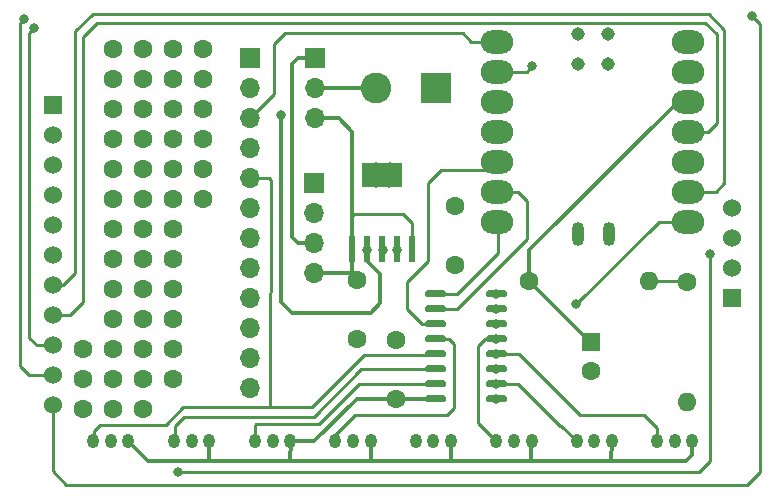
<source format=gbr>
%TF.GenerationSoftware,KiCad,Pcbnew,5.1.10-88a1d61d58~90~ubuntu20.04.1*%
%TF.CreationDate,2021-09-12T20:39:34-04:00*%
%TF.ProjectId,VoltageCurrentMeter,566f6c74-6167-4654-9375-7272656e744d,rev?*%
%TF.SameCoordinates,Original*%
%TF.FileFunction,Copper,L1,Top*%
%TF.FilePolarity,Positive*%
%FSLAX46Y46*%
G04 Gerber Fmt 4.6, Leading zero omitted, Abs format (unit mm)*
G04 Created by KiCad (PCBNEW 5.1.10-88a1d61d58~90~ubuntu20.04.1) date 2021-09-12 20:39:34*
%MOMM*%
%LPD*%
G01*
G04 APERTURE LIST*
%TA.AperFunction,ComponentPad*%
%ADD10C,1.600000*%
%TD*%
%TA.AperFunction,ComponentPad*%
%ADD11R,1.524000X1.524000*%
%TD*%
%TA.AperFunction,ComponentPad*%
%ADD12C,1.524000*%
%TD*%
%TA.AperFunction,ComponentPad*%
%ADD13O,1.700000X1.700000*%
%TD*%
%TA.AperFunction,ComponentPad*%
%ADD14R,1.700000X1.700000*%
%TD*%
%TA.AperFunction,ComponentPad*%
%ADD15O,1.000000X1.250000*%
%TD*%
%TA.AperFunction,SMDPad,CuDef*%
%ADD16C,1.143000*%
%TD*%
%TA.AperFunction,SMDPad,CuDef*%
%ADD17O,1.016000X2.032000*%
%TD*%
%TA.AperFunction,ComponentPad*%
%ADD18O,2.748280X1.998980*%
%TD*%
%TA.AperFunction,SMDPad,CuDef*%
%ADD19R,0.600000X2.200000*%
%TD*%
%TA.AperFunction,SMDPad,CuDef*%
%ADD20R,3.450000X2.150000*%
%TD*%
%TA.AperFunction,ComponentPad*%
%ADD21R,1.600000X1.600000*%
%TD*%
%TA.AperFunction,ComponentPad*%
%ADD22R,2.600000X2.600000*%
%TD*%
%TA.AperFunction,ComponentPad*%
%ADD23C,2.600000*%
%TD*%
%TA.AperFunction,ComponentPad*%
%ADD24O,1.600000X1.600000*%
%TD*%
%TA.AperFunction,ViaPad*%
%ADD25C,0.800000*%
%TD*%
%TA.AperFunction,Conductor*%
%ADD26C,0.350000*%
%TD*%
%TA.AperFunction,Conductor*%
%ADD27C,0.250000*%
%TD*%
G04 APERTURE END LIST*
D10*
%TO.P,REF\u002A\u002A,47*%
%TO.N,N/C*%
X61391800Y-115976400D03*
%TD*%
%TO.P,REF\u002A\u002A,46*%
%TO.N,N/C*%
X58851800Y-115976400D03*
%TD*%
%TO.P,REF\u002A\u002A,45*%
%TO.N,N/C*%
X56311800Y-115976400D03*
%TD*%
%TO.P,REF\u002A\u002A,44*%
%TO.N,N/C*%
X63931800Y-113436400D03*
%TD*%
%TO.P,REF\u002A\u002A,43*%
%TO.N,N/C*%
X61391800Y-113436400D03*
%TD*%
%TO.P,REF\u002A\u002A,42*%
%TO.N,N/C*%
X58851800Y-113436400D03*
%TD*%
%TO.P,REF\u002A\u002A,41*%
%TO.N,N/C*%
X56311800Y-113436400D03*
%TD*%
%TO.P,REF\u002A\u002A,40*%
%TO.N,N/C*%
X63931800Y-110896400D03*
%TD*%
%TO.P,REF\u002A\u002A,39*%
%TO.N,N/C*%
X61391800Y-110896400D03*
%TD*%
%TO.P,REF\u002A\u002A,38*%
%TO.N,N/C*%
X58851800Y-110896400D03*
%TD*%
%TO.P,REF\u002A\u002A,37*%
%TO.N,N/C*%
X56311800Y-110896400D03*
%TD*%
%TO.P,REF\u002A\u002A,36*%
%TO.N,N/C*%
X63931800Y-108356400D03*
%TD*%
%TO.P,REF\u002A\u002A,35*%
%TO.N,N/C*%
X61391800Y-108356400D03*
%TD*%
%TO.P,REF\u002A\u002A,34*%
%TO.N,N/C*%
X58851800Y-108356400D03*
%TD*%
%TO.P,REF\u002A\u002A,33*%
%TO.N,N/C*%
X63931800Y-105816400D03*
%TD*%
%TO.P,REF\u002A\u002A,32*%
%TO.N,N/C*%
X61391800Y-105816400D03*
%TD*%
%TO.P,REF\u002A\u002A,31*%
%TO.N,N/C*%
X58851800Y-105816400D03*
%TD*%
%TO.P,REF\u002A\u002A,30*%
%TO.N,N/C*%
X63931800Y-103276400D03*
%TD*%
%TO.P,REF\u002A\u002A,29*%
%TO.N,N/C*%
X61391800Y-103276400D03*
%TD*%
%TO.P,REF\u002A\u002A,28*%
%TO.N,N/C*%
X58851800Y-103276400D03*
%TD*%
%TO.P,REF\u002A\u002A,27*%
%TO.N,N/C*%
X63931800Y-100736400D03*
%TD*%
%TO.P,REF\u002A\u002A,26*%
%TO.N,N/C*%
X61391800Y-100736400D03*
%TD*%
%TO.P,REF\u002A\u002A,25*%
%TO.N,N/C*%
X58851800Y-100736400D03*
%TD*%
%TO.P,REF\u002A\u002A,24*%
%TO.N,N/C*%
X66471800Y-98196400D03*
%TD*%
%TO.P,REF\u002A\u002A,23*%
%TO.N,N/C*%
X63931800Y-98196400D03*
%TD*%
%TO.P,REF\u002A\u002A,22*%
%TO.N,N/C*%
X61391800Y-98196400D03*
%TD*%
%TO.P,REF\u002A\u002A,21*%
%TO.N,N/C*%
X58851800Y-98196400D03*
%TD*%
%TO.P,REF\u002A\u002A,20*%
%TO.N,N/C*%
X66471800Y-95656400D03*
%TD*%
%TO.P,REF\u002A\u002A,19*%
%TO.N,N/C*%
X63931800Y-95656400D03*
%TD*%
%TO.P,REF\u002A\u002A,18*%
%TO.N,N/C*%
X61391800Y-95656400D03*
%TD*%
%TO.P,REF\u002A\u002A,17*%
%TO.N,N/C*%
X58851800Y-95656400D03*
%TD*%
%TO.P,REF\u002A\u002A,16*%
%TO.N,N/C*%
X66471800Y-93116400D03*
%TD*%
%TO.P,REF\u002A\u002A,15*%
%TO.N,N/C*%
X63931800Y-93116400D03*
%TD*%
%TO.P,REF\u002A\u002A,14*%
%TO.N,N/C*%
X61391800Y-93116400D03*
%TD*%
%TO.P,REF\u002A\u002A,13*%
%TO.N,N/C*%
X58851800Y-93116400D03*
%TD*%
%TO.P,REF\u002A\u002A,12*%
%TO.N,N/C*%
X66471800Y-90576400D03*
%TD*%
%TO.P,REF\u002A\u002A,11*%
%TO.N,N/C*%
X63931800Y-90576400D03*
%TD*%
%TO.P,REF\u002A\u002A,10*%
%TO.N,N/C*%
X61391800Y-90576400D03*
%TD*%
%TO.P,REF\u002A\u002A,9*%
%TO.N,N/C*%
X58851800Y-90576400D03*
%TD*%
%TO.P,REF\u002A\u002A,8*%
%TO.N,N/C*%
X66471800Y-88036400D03*
%TD*%
%TO.P,REF\u002A\u002A,7*%
%TO.N,N/C*%
X63931800Y-88036400D03*
%TD*%
%TO.P,REF\u002A\u002A,6*%
%TO.N,N/C*%
X61391800Y-88036400D03*
%TD*%
%TO.P,REF\u002A\u002A,5*%
%TO.N,N/C*%
X58851800Y-88036400D03*
%TD*%
%TO.P,REF\u002A\u002A,4*%
%TO.N,N/C*%
X66471800Y-85496400D03*
%TD*%
%TO.P,REF\u002A\u002A,3*%
%TO.N,N/C*%
X63931800Y-85496400D03*
%TD*%
%TO.P,REF\u002A\u002A,2*%
%TO.N,N/C*%
X61391800Y-85496400D03*
%TD*%
%TO.P,REF\u002A\u002A,1*%
%TO.N,N/C*%
X58851800Y-85496400D03*
%TD*%
D11*
%TO.P,U2,12*%
%TO.N,Net-(U2-Pad12)*%
X111257200Y-106607800D03*
D12*
%TO.P,U2,13*%
%TO.N,Net-(U2-Pad13)*%
X111257200Y-104067800D03*
%TO.P,U2,14*%
%TO.N,Net-(U2-Pad14)*%
X111257200Y-101527800D03*
%TO.P,U2,15*%
%TO.N,Net-(U2-Pad15)*%
X111257200Y-98987800D03*
D11*
%TO.P,U2,1*%
%TO.N,3.3V*%
X53757200Y-90297800D03*
D12*
%TO.P,U2,2*%
%TO.N,GND*%
X53757200Y-92837800D03*
%TO.P,U2,3*%
X53757200Y-95377800D03*
%TO.P,U2,4*%
%TO.N,Net-(U2-Pad4)*%
X53757200Y-97917800D03*
%TO.P,U2,5*%
%TO.N,Net-(U2-Pad5)*%
X53757200Y-100457800D03*
%TO.P,U2,6*%
%TO.N,Net-(U2-Pad6)*%
X53757200Y-102997800D03*
%TO.P,U2,7*%
%TO.N,Net-(U1-Pad8)*%
X53757200Y-105537800D03*
%TO.P,U2,8*%
%TO.N,Net-(U1-Pad10)*%
X53757200Y-108077800D03*
%TO.P,U2,9*%
%TO.N,Net-(U1-Pad2)*%
X53757200Y-110617800D03*
%TO.P,U2,10*%
%TO.N,Net-(U1-Pad1)*%
X53757200Y-113157800D03*
%TO.P,U2,11*%
%TO.N,Net-(U1-Pad3)*%
X53757200Y-115697800D03*
%TD*%
D13*
%TO.P,J12,12*%
%TO.N,Net-(J12-Pad12)*%
X70485000Y-114223800D03*
%TO.P,J12,11*%
%TO.N,Net-(J12-Pad11)*%
X70485000Y-111683800D03*
%TO.P,J12,10*%
%TO.N,Net-(J12-Pad10)*%
X70485000Y-109143800D03*
%TO.P,J12,9*%
%TO.N,Net-(J12-Pad9)*%
X70485000Y-106603800D03*
%TO.P,J12,8*%
%TO.N,Net-(J12-Pad8)*%
X70485000Y-104063800D03*
%TO.P,J12,7*%
%TO.N,Net-(J12-Pad7)*%
X70485000Y-101523800D03*
%TO.P,J12,6*%
%TO.N,Net-(J12-Pad6)*%
X70485000Y-98983800D03*
%TO.P,J12,5*%
%TO.N,Net-(J1-Pad1)*%
X70485000Y-96443800D03*
%TO.P,J12,4*%
%TO.N,Net-(J12-Pad4)*%
X70485000Y-93903800D03*
%TO.P,J12,3*%
%TO.N,Net-(J12-Pad3)*%
X70485000Y-91363800D03*
%TO.P,J12,2*%
%TO.N,3.3V*%
X70485000Y-88823800D03*
D14*
%TO.P,J12,1*%
%TO.N,GND*%
X70485000Y-86283800D03*
%TD*%
D13*
%TO.P,J10,3*%
%TO.N,Net-(C1-Pad1)*%
X75946000Y-91338400D03*
%TO.P,J10,2*%
%TO.N,Net-(J10-Pad2)*%
X75946000Y-88798400D03*
D14*
%TO.P,J10,1*%
%TO.N,Net-(J10-Pad1)*%
X75946000Y-86258400D03*
%TD*%
D13*
%TO.P,J11,4*%
%TO.N,Net-(C1-Pad1)*%
X75895200Y-104444800D03*
%TO.P,J11,3*%
%TO.N,Net-(J10-Pad1)*%
X75895200Y-101904800D03*
%TO.P,J11,2*%
%TO.N,GND*%
X75895200Y-99364800D03*
D14*
%TO.P,J11,1*%
X75895200Y-96824800D03*
%TD*%
D15*
%TO.P,J8,3*%
%TO.N,3.3V*%
X107926000Y-118692400D03*
%TO.P,J8,1*%
%TO.N,Net-(J12-Pad12)*%
X104926000Y-118692400D03*
%TO.P,J8,2*%
%TO.N,GND*%
X106426000Y-118692400D03*
%TD*%
%TO.P,J7,3*%
%TO.N,3.3V*%
X101118800Y-118692400D03*
%TO.P,J7,1*%
%TO.N,Net-(J12-Pad11)*%
X98118800Y-118692400D03*
%TO.P,J7,2*%
%TO.N,GND*%
X99618800Y-118692400D03*
%TD*%
%TO.P,J6,3*%
%TO.N,3.3V*%
X94311600Y-118692400D03*
%TO.P,J6,1*%
%TO.N,Net-(J12-Pad10)*%
X91311600Y-118692400D03*
%TO.P,J6,2*%
%TO.N,GND*%
X92811600Y-118692400D03*
%TD*%
%TO.P,J5,3*%
%TO.N,3.3V*%
X87504400Y-118692400D03*
%TO.P,J5,1*%
%TO.N,Net-(J12-Pad9)*%
X84504400Y-118692400D03*
%TO.P,J5,2*%
%TO.N,GND*%
X86004400Y-118692400D03*
%TD*%
%TO.P,J4,3*%
%TO.N,3.3V*%
X80697200Y-118692400D03*
%TO.P,J4,1*%
%TO.N,Net-(J12-Pad8)*%
X77697200Y-118692400D03*
%TO.P,J4,2*%
%TO.N,GND*%
X79197200Y-118692400D03*
%TD*%
%TO.P,J3,3*%
%TO.N,3.3V*%
X73890000Y-118692400D03*
%TO.P,J3,1*%
%TO.N,Net-(J12-Pad7)*%
X70890000Y-118692400D03*
%TO.P,J3,2*%
%TO.N,GND*%
X72390000Y-118692400D03*
%TD*%
%TO.P,J2,2*%
%TO.N,GND*%
X65532000Y-118692400D03*
%TO.P,J2,1*%
%TO.N,Net-(J12-Pad6)*%
X64032000Y-118692400D03*
%TO.P,J2,3*%
%TO.N,3.3V*%
X67032000Y-118692400D03*
%TD*%
%TO.P,J1,3*%
%TO.N,3.3V*%
X60174000Y-118692400D03*
%TO.P,J1,1*%
%TO.N,Net-(J1-Pad1)*%
X57174000Y-118692400D03*
%TO.P,J1,2*%
%TO.N,GND*%
X58674000Y-118692400D03*
%TD*%
D16*
%TO.P,U1,19*%
%TO.N,Net-(U1-Pad19)*%
X100815203Y-86758213D03*
%TO.P,U1,18*%
%TO.N,Net-(U1-Pad18)*%
X98275203Y-86758213D03*
%TO.P,U1,17*%
%TO.N,Net-(U1-Pad17)*%
X100815203Y-84218213D03*
%TO.P,U1,16*%
%TO.N,Net-(U1-Pad16)*%
X98275203Y-84218213D03*
D17*
%TO.P,U1,15*%
%TO.N,Net-(U1-Pad15)*%
X100826400Y-101222400D03*
%TO.P,U1,14*%
%TO.N,Net-(U1-Pad14)*%
X98276400Y-101222400D03*
D18*
%TO.P,U1,0*%
%TO.N,Net-(J12-Pad3)*%
X91409520Y-84904580D03*
%TO.P,U1,1*%
%TO.N,Net-(U1-Pad1)*%
X91409520Y-87444580D03*
%TO.P,U1,2*%
%TO.N,Net-(U1-Pad2)*%
X91409520Y-89984580D03*
%TO.P,U1,3*%
%TO.N,Net-(U1-Pad3)*%
X91409520Y-92524580D03*
%TO.P,U1,4*%
%TO.N,Net-(U1-Pad4)*%
X91409520Y-95064580D03*
%TO.P,U1,5*%
%TO.N,Net-(U1-Pad5)*%
X91409520Y-97604580D03*
%TO.P,U1,6*%
%TO.N,Net-(U1-Pad6)*%
X91409520Y-100144580D03*
%TO.P,U1,7*%
%TO.N,Net-(U1-Pad7)*%
X107574080Y-100144580D03*
%TO.P,U1,8*%
%TO.N,Net-(U1-Pad8)*%
X107574080Y-97604580D03*
%TO.P,U1,9*%
%TO.N,Net-(J12-Pad4)*%
X107574080Y-95064580D03*
%TO.P,U1,10*%
%TO.N,Net-(U1-Pad10)*%
X107574080Y-92524580D03*
%TO.P,U1,11*%
%TO.N,3.3V*%
X107574080Y-89984580D03*
%TO.P,U1,12*%
%TO.N,GND*%
X107574080Y-87444580D03*
%TO.P,U1,13*%
%TO.N,Net-(U1-Pad13)*%
X107574080Y-84904580D03*
%TD*%
D19*
%TO.P,U4,4*%
%TO.N,Net-(C3-Pad2)*%
X82956400Y-102451500D03*
%TO.P,U4,2*%
%TO.N,3.3V*%
X80416400Y-102451500D03*
D20*
%TO.P,U4,3*%
%TO.N,GND*%
X81686400Y-96151500D03*
D19*
X81686400Y-102451500D03*
%TO.P,U4,5*%
%TO.N,Net-(C1-Pad1)*%
X84226400Y-102451500D03*
%TO.P,U4,1*%
X79146400Y-102451500D03*
%TD*%
D10*
%TO.P,C1,2*%
%TO.N,GND*%
X79552800Y-110105200D03*
%TO.P,C1,1*%
%TO.N,Net-(C1-Pad1)*%
X79552800Y-105105200D03*
%TD*%
%TO.P,C2,1*%
%TO.N,3.3V*%
X82854800Y-115163600D03*
%TO.P,C2,2*%
%TO.N,GND*%
X82854800Y-110163600D03*
%TD*%
%TO.P,C3,1*%
%TO.N,3.3V*%
X87833200Y-103835200D03*
%TO.P,C3,2*%
%TO.N,Net-(C3-Pad2)*%
X87833200Y-98835200D03*
%TD*%
D21*
%TO.P,C4,1*%
%TO.N,3.3V*%
X99314000Y-110286800D03*
D10*
%TO.P,C4,2*%
%TO.N,GND*%
X99314000Y-112786800D03*
%TD*%
D22*
%TO.P,J9,1*%
%TO.N,GND*%
X86258400Y-88798400D03*
D23*
%TO.P,J9,2*%
%TO.N,Net-(J10-Pad2)*%
X81178400Y-88798400D03*
%TD*%
D24*
%TO.P,R1,2*%
%TO.N,Net-(C3-Pad2)*%
X104292400Y-105156000D03*
D10*
%TO.P,R1,1*%
%TO.N,3.3V*%
X94132400Y-105156000D03*
%TD*%
%TO.P,R2,1*%
%TO.N,Net-(C3-Pad2)*%
X107492800Y-105206800D03*
D24*
%TO.P,R2,2*%
%TO.N,GND*%
X107492800Y-115366800D03*
%TD*%
%TO.P,U3,1*%
%TO.N,Net-(J12-Pad9)*%
%TA.AperFunction,SMDPad,CuDef*%
G36*
G01*
X92197600Y-114988200D02*
X92197600Y-115288200D01*
G75*
G02*
X92047600Y-115438200I-150000J0D01*
G01*
X90597600Y-115438200D01*
G75*
G02*
X90447600Y-115288200I0J150000D01*
G01*
X90447600Y-114988200D01*
G75*
G02*
X90597600Y-114838200I150000J0D01*
G01*
X92047600Y-114838200D01*
G75*
G02*
X92197600Y-114988200I0J-150000D01*
G01*
G37*
%TD.AperFunction*%
%TO.P,U3,2*%
%TO.N,Net-(J12-Pad11)*%
%TA.AperFunction,SMDPad,CuDef*%
G36*
G01*
X92197600Y-113718200D02*
X92197600Y-114018200D01*
G75*
G02*
X92047600Y-114168200I-150000J0D01*
G01*
X90597600Y-114168200D01*
G75*
G02*
X90447600Y-114018200I0J150000D01*
G01*
X90447600Y-113718200D01*
G75*
G02*
X90597600Y-113568200I150000J0D01*
G01*
X92047600Y-113568200D01*
G75*
G02*
X92197600Y-113718200I0J-150000D01*
G01*
G37*
%TD.AperFunction*%
%TO.P,U3,3*%
%TO.N,Net-(U1-Pad7)*%
%TA.AperFunction,SMDPad,CuDef*%
G36*
G01*
X92197600Y-112448200D02*
X92197600Y-112748200D01*
G75*
G02*
X92047600Y-112898200I-150000J0D01*
G01*
X90597600Y-112898200D01*
G75*
G02*
X90447600Y-112748200I0J150000D01*
G01*
X90447600Y-112448200D01*
G75*
G02*
X90597600Y-112298200I150000J0D01*
G01*
X92047600Y-112298200D01*
G75*
G02*
X92197600Y-112448200I0J-150000D01*
G01*
G37*
%TD.AperFunction*%
%TO.P,U3,4*%
%TO.N,Net-(J12-Pad12)*%
%TA.AperFunction,SMDPad,CuDef*%
G36*
G01*
X92197600Y-111178200D02*
X92197600Y-111478200D01*
G75*
G02*
X92047600Y-111628200I-150000J0D01*
G01*
X90597600Y-111628200D01*
G75*
G02*
X90447600Y-111478200I0J150000D01*
G01*
X90447600Y-111178200D01*
G75*
G02*
X90597600Y-111028200I150000J0D01*
G01*
X92047600Y-111028200D01*
G75*
G02*
X92197600Y-111178200I0J-150000D01*
G01*
G37*
%TD.AperFunction*%
%TO.P,U3,5*%
%TO.N,Net-(J12-Pad10)*%
%TA.AperFunction,SMDPad,CuDef*%
G36*
G01*
X92197600Y-109908200D02*
X92197600Y-110208200D01*
G75*
G02*
X92047600Y-110358200I-150000J0D01*
G01*
X90597600Y-110358200D01*
G75*
G02*
X90447600Y-110208200I0J150000D01*
G01*
X90447600Y-109908200D01*
G75*
G02*
X90597600Y-109758200I150000J0D01*
G01*
X92047600Y-109758200D01*
G75*
G02*
X92197600Y-109908200I0J-150000D01*
G01*
G37*
%TD.AperFunction*%
%TO.P,U3,6*%
%TO.N,GND*%
%TA.AperFunction,SMDPad,CuDef*%
G36*
G01*
X92197600Y-108638200D02*
X92197600Y-108938200D01*
G75*
G02*
X92047600Y-109088200I-150000J0D01*
G01*
X90597600Y-109088200D01*
G75*
G02*
X90447600Y-108938200I0J150000D01*
G01*
X90447600Y-108638200D01*
G75*
G02*
X90597600Y-108488200I150000J0D01*
G01*
X92047600Y-108488200D01*
G75*
G02*
X92197600Y-108638200I0J-150000D01*
G01*
G37*
%TD.AperFunction*%
%TO.P,U3,7*%
%TA.AperFunction,SMDPad,CuDef*%
G36*
G01*
X92197600Y-107368200D02*
X92197600Y-107668200D01*
G75*
G02*
X92047600Y-107818200I-150000J0D01*
G01*
X90597600Y-107818200D01*
G75*
G02*
X90447600Y-107668200I0J150000D01*
G01*
X90447600Y-107368200D01*
G75*
G02*
X90597600Y-107218200I150000J0D01*
G01*
X92047600Y-107218200D01*
G75*
G02*
X92197600Y-107368200I0J-150000D01*
G01*
G37*
%TD.AperFunction*%
%TO.P,U3,8*%
%TA.AperFunction,SMDPad,CuDef*%
G36*
G01*
X92197600Y-106098200D02*
X92197600Y-106398200D01*
G75*
G02*
X92047600Y-106548200I-150000J0D01*
G01*
X90597600Y-106548200D01*
G75*
G02*
X90447600Y-106398200I0J150000D01*
G01*
X90447600Y-106098200D01*
G75*
G02*
X90597600Y-105948200I150000J0D01*
G01*
X92047600Y-105948200D01*
G75*
G02*
X92197600Y-106098200I0J-150000D01*
G01*
G37*
%TD.AperFunction*%
%TO.P,U3,9*%
%TO.N,Net-(U1-Pad6)*%
%TA.AperFunction,SMDPad,CuDef*%
G36*
G01*
X87047600Y-106098200D02*
X87047600Y-106398200D01*
G75*
G02*
X86897600Y-106548200I-150000J0D01*
G01*
X85447600Y-106548200D01*
G75*
G02*
X85297600Y-106398200I0J150000D01*
G01*
X85297600Y-106098200D01*
G75*
G02*
X85447600Y-105948200I150000J0D01*
G01*
X86897600Y-105948200D01*
G75*
G02*
X87047600Y-106098200I0J-150000D01*
G01*
G37*
%TD.AperFunction*%
%TO.P,U3,10*%
%TO.N,Net-(U1-Pad5)*%
%TA.AperFunction,SMDPad,CuDef*%
G36*
G01*
X87047600Y-107368200D02*
X87047600Y-107668200D01*
G75*
G02*
X86897600Y-107818200I-150000J0D01*
G01*
X85447600Y-107818200D01*
G75*
G02*
X85297600Y-107668200I0J150000D01*
G01*
X85297600Y-107368200D01*
G75*
G02*
X85447600Y-107218200I150000J0D01*
G01*
X86897600Y-107218200D01*
G75*
G02*
X87047600Y-107368200I0J-150000D01*
G01*
G37*
%TD.AperFunction*%
%TO.P,U3,11*%
%TO.N,Net-(U1-Pad4)*%
%TA.AperFunction,SMDPad,CuDef*%
G36*
G01*
X87047600Y-108638200D02*
X87047600Y-108938200D01*
G75*
G02*
X86897600Y-109088200I-150000J0D01*
G01*
X85447600Y-109088200D01*
G75*
G02*
X85297600Y-108938200I0J150000D01*
G01*
X85297600Y-108638200D01*
G75*
G02*
X85447600Y-108488200I150000J0D01*
G01*
X86897600Y-108488200D01*
G75*
G02*
X87047600Y-108638200I0J-150000D01*
G01*
G37*
%TD.AperFunction*%
%TO.P,U3,12*%
%TO.N,Net-(J12-Pad8)*%
%TA.AperFunction,SMDPad,CuDef*%
G36*
G01*
X87047600Y-109908200D02*
X87047600Y-110208200D01*
G75*
G02*
X86897600Y-110358200I-150000J0D01*
G01*
X85447600Y-110358200D01*
G75*
G02*
X85297600Y-110208200I0J150000D01*
G01*
X85297600Y-109908200D01*
G75*
G02*
X85447600Y-109758200I150000J0D01*
G01*
X86897600Y-109758200D01*
G75*
G02*
X87047600Y-109908200I0J-150000D01*
G01*
G37*
%TD.AperFunction*%
%TO.P,U3,13*%
%TO.N,Net-(J1-Pad1)*%
%TA.AperFunction,SMDPad,CuDef*%
G36*
G01*
X87047600Y-111178200D02*
X87047600Y-111478200D01*
G75*
G02*
X86897600Y-111628200I-150000J0D01*
G01*
X85447600Y-111628200D01*
G75*
G02*
X85297600Y-111478200I0J150000D01*
G01*
X85297600Y-111178200D01*
G75*
G02*
X85447600Y-111028200I150000J0D01*
G01*
X86897600Y-111028200D01*
G75*
G02*
X87047600Y-111178200I0J-150000D01*
G01*
G37*
%TD.AperFunction*%
%TO.P,U3,14*%
%TO.N,Net-(J12-Pad6)*%
%TA.AperFunction,SMDPad,CuDef*%
G36*
G01*
X87047600Y-112448200D02*
X87047600Y-112748200D01*
G75*
G02*
X86897600Y-112898200I-150000J0D01*
G01*
X85447600Y-112898200D01*
G75*
G02*
X85297600Y-112748200I0J150000D01*
G01*
X85297600Y-112448200D01*
G75*
G02*
X85447600Y-112298200I150000J0D01*
G01*
X86897600Y-112298200D01*
G75*
G02*
X87047600Y-112448200I0J-150000D01*
G01*
G37*
%TD.AperFunction*%
%TO.P,U3,15*%
%TO.N,Net-(J12-Pad7)*%
%TA.AperFunction,SMDPad,CuDef*%
G36*
G01*
X87047600Y-113718200D02*
X87047600Y-114018200D01*
G75*
G02*
X86897600Y-114168200I-150000J0D01*
G01*
X85447600Y-114168200D01*
G75*
G02*
X85297600Y-114018200I0J150000D01*
G01*
X85297600Y-113718200D01*
G75*
G02*
X85447600Y-113568200I150000J0D01*
G01*
X86897600Y-113568200D01*
G75*
G02*
X87047600Y-113718200I0J-150000D01*
G01*
G37*
%TD.AperFunction*%
%TO.P,U3,16*%
%TO.N,3.3V*%
%TA.AperFunction,SMDPad,CuDef*%
G36*
G01*
X87047600Y-114988200D02*
X87047600Y-115288200D01*
G75*
G02*
X86897600Y-115438200I-150000J0D01*
G01*
X85447600Y-115438200D01*
G75*
G02*
X85297600Y-115288200I0J150000D01*
G01*
X85297600Y-114988200D01*
G75*
G02*
X85447600Y-114838200I150000J0D01*
G01*
X86897600Y-114838200D01*
G75*
G02*
X87047600Y-114988200I0J-150000D01*
G01*
G37*
%TD.AperFunction*%
%TD*%
D25*
%TO.N,GND*%
X81127600Y-96824800D03*
X82245200Y-96824800D03*
X82296000Y-95504000D03*
X81127600Y-95504000D03*
X80467200Y-96164400D03*
X82905600Y-96215200D03*
X81686400Y-96164400D03*
X81737200Y-102514400D03*
X91338400Y-106222800D03*
X91338400Y-107543600D03*
X91338400Y-108813600D03*
%TO.N,3.3V*%
X80416400Y-102565200D03*
X73098937Y-91137463D03*
%TO.N,Net-(U1-Pad7)*%
X91338400Y-112623600D03*
X98069400Y-107137200D03*
%TO.N,Net-(U1-Pad3)*%
X113004600Y-82753200D03*
%TO.N,Net-(U1-Pad2)*%
X52222400Y-83718400D03*
%TO.N,Net-(U1-Pad1)*%
X94371160Y-86969600D03*
X51358800Y-82956400D03*
%TO.N,Net-(C3-Pad2)*%
X82956400Y-102514400D03*
%TO.N,Net-(J12-Pad4)*%
X109397800Y-102870000D03*
X64338200Y-121335800D03*
%TO.N,Net-(J12-Pad9)*%
X91322600Y-115138200D03*
%TO.N,Net-(J12-Pad10)*%
X91313000Y-110058200D03*
%TO.N,Net-(J12-Pad12)*%
X91322600Y-111328200D03*
%TO.N,Net-(J12-Pad11)*%
X91322600Y-113868200D03*
%TD*%
D26*
%TO.N,Net-(C1-Pad1)*%
X79146400Y-99618800D02*
X79146400Y-102451500D01*
D27*
X79248000Y-99517200D02*
X79146400Y-99618800D01*
X83464400Y-99517200D02*
X79248000Y-99517200D01*
X84226400Y-100279200D02*
X83464400Y-99517200D01*
X84226400Y-102451500D02*
X84226400Y-100279200D01*
X79552800Y-105257600D02*
X79552800Y-105460800D01*
D26*
X79146400Y-104698800D02*
X79552800Y-105105200D01*
X79146400Y-102451500D02*
X79146400Y-104698800D01*
X75946000Y-91338400D02*
X77978000Y-91338400D01*
X77978000Y-91338400D02*
X79146400Y-92506800D01*
X79146400Y-92506800D02*
X79146400Y-99618800D01*
X78892400Y-104444800D02*
X79552800Y-105105200D01*
X75895200Y-104444800D02*
X78892400Y-104444800D01*
D27*
%TO.N,3.3V*%
X67056000Y-118770000D02*
X67082800Y-118743200D01*
X73914000Y-118767200D02*
X73890000Y-118743200D01*
X87504400Y-118743200D02*
X87477600Y-118770000D01*
X101118800Y-118743200D02*
X101092000Y-118770000D01*
X87477600Y-118716400D02*
X87504400Y-118743200D01*
X86147200Y-115163600D02*
X86172600Y-115138200D01*
D26*
X82854800Y-115163600D02*
X86147200Y-115163600D01*
X75922400Y-118743200D02*
X73890000Y-118743200D01*
X79502000Y-115163600D02*
X75922400Y-118743200D01*
X82854800Y-115163600D02*
X79502000Y-115163600D01*
X94132400Y-102565200D02*
X94132400Y-105156000D01*
X106713020Y-89984580D02*
X94132400Y-102565200D01*
X107675680Y-89984580D02*
X106713020Y-89984580D01*
X99263200Y-110286800D02*
X94132400Y-105156000D01*
D27*
X99314000Y-110286800D02*
X99263200Y-110286800D01*
X60174000Y-118692400D02*
X60161607Y-118704793D01*
D26*
X74041000Y-107848400D02*
X73101200Y-106908600D01*
X80695800Y-107848400D02*
X74041000Y-107848400D01*
X81508600Y-107035600D02*
X80695800Y-107848400D01*
D27*
X73101200Y-91139726D02*
X73098937Y-91137463D01*
D26*
X81508600Y-104597200D02*
X81508600Y-107035600D01*
X80416400Y-103505000D02*
X81508600Y-104597200D01*
X73101200Y-106908600D02*
X73101200Y-91139726D01*
D27*
X80416400Y-102565200D02*
X80416400Y-103505000D01*
D26*
X101092000Y-118770000D02*
X101041200Y-120421400D01*
X94234000Y-120345200D02*
X94157800Y-120421400D01*
X94234000Y-118820800D02*
X94234000Y-120345200D01*
X94311600Y-118743200D02*
X94234000Y-118820800D01*
X87477600Y-120294400D02*
X87604600Y-120421400D01*
X87477600Y-118770000D02*
X87477600Y-120294400D01*
X67005200Y-118820800D02*
X67056000Y-118770000D01*
X67005200Y-120319800D02*
X67005200Y-118820800D01*
X67106800Y-120421400D02*
X67005200Y-120319800D01*
X107926000Y-119912000D02*
X107926000Y-118743200D01*
X107416600Y-120421400D02*
X107926000Y-119912000D01*
X61878214Y-120421400D02*
X107416600Y-120421400D01*
X60161607Y-118704793D02*
X61878214Y-120421400D01*
X73888600Y-120421400D02*
X73914000Y-118767200D01*
X80695800Y-120421400D02*
X80697200Y-118743200D01*
D27*
%TO.N,Net-(J1-Pad1)*%
X72263000Y-96621600D02*
X72186800Y-115824000D01*
X72085200Y-96443800D02*
X72263000Y-96621600D01*
X70485000Y-96443800D02*
X72085200Y-96443800D01*
X86096400Y-111404400D02*
X86172600Y-111328200D01*
X75717400Y-115849400D02*
X80162400Y-111404400D01*
X64820800Y-115849400D02*
X75717400Y-115849400D01*
X63347600Y-117322600D02*
X64820800Y-115849400D01*
X57785000Y-117322600D02*
X63347600Y-117322600D01*
X57275600Y-117832000D02*
X57785000Y-117322600D01*
X80162400Y-111404400D02*
X86096400Y-111404400D01*
X57275600Y-118743200D02*
X57275600Y-117832000D01*
%TO.N,Net-(U1-Pad10)*%
X55218800Y-108077800D02*
X53757200Y-108077800D01*
X56337200Y-106959400D02*
X55218800Y-108077800D01*
X57531000Y-83286600D02*
X56337200Y-84480400D01*
X56337200Y-84480400D02*
X56337200Y-106959400D01*
X110007400Y-84277200D02*
X109016800Y-83286600D01*
X109016800Y-83286600D02*
X57531000Y-83286600D01*
X109227620Y-92524580D02*
X110007400Y-91744800D01*
X110007400Y-91744800D02*
X110007400Y-84277200D01*
X107574080Y-92524580D02*
X109227620Y-92524580D01*
%TO.N,Net-(U1-Pad8)*%
X57150000Y-82524600D02*
X55676800Y-83997800D01*
X55676800Y-104470200D02*
X54609200Y-105537800D01*
X110642400Y-83870800D02*
X109296200Y-82524600D01*
X110642400Y-96850200D02*
X110642400Y-83870800D01*
X55676800Y-83997800D02*
X55676800Y-104470200D01*
X109888020Y-97604580D02*
X110642400Y-96850200D01*
X54609200Y-105537800D02*
X53757200Y-105537800D01*
X109296200Y-82524600D02*
X57150000Y-82524600D01*
X107574080Y-97604580D02*
X109888020Y-97604580D01*
%TO.N,Net-(U1-Pad7)*%
X105062020Y-100144580D02*
X98069400Y-107137200D01*
X107574080Y-100144580D02*
X105062020Y-100144580D01*
%TO.N,Net-(U1-Pad6)*%
X91511120Y-102748080D02*
X88011000Y-106248200D01*
X88011000Y-106248200D02*
X86172600Y-106248200D01*
X91511120Y-100144580D02*
X91511120Y-102748080D01*
%TO.N,Net-(U1-Pad5)*%
X91511120Y-97604580D02*
X90812620Y-97604580D01*
X93184980Y-97604580D02*
X91511120Y-97604580D01*
X93929200Y-98348800D02*
X93184980Y-97604580D01*
X93929200Y-101600000D02*
X93929200Y-98348800D01*
X88011000Y-107518200D02*
X93929200Y-101600000D01*
X86172600Y-107518200D02*
X88011000Y-107518200D01*
%TO.N,Net-(U1-Pad4)*%
X83742390Y-107516790D02*
X85013800Y-108788200D01*
X83742390Y-105233610D02*
X83742390Y-107516790D01*
X85547200Y-103428800D02*
X83742390Y-105233610D01*
X85547200Y-96824800D02*
X85547200Y-103428800D01*
X86614000Y-95758000D02*
X85547200Y-96824800D01*
X85013800Y-108788200D02*
X86172600Y-108788200D01*
X90817700Y-95758000D02*
X86614000Y-95758000D01*
X91511120Y-95064580D02*
X90817700Y-95758000D01*
%TO.N,Net-(U1-Pad3)*%
X53757200Y-121245000D02*
X53757200Y-115697800D01*
X54914800Y-122402600D02*
X53757200Y-121245000D01*
X112522000Y-122402600D02*
X54914800Y-122402600D01*
X113614200Y-121310400D02*
X112522000Y-122402600D01*
X113614200Y-83362800D02*
X113614200Y-121310400D01*
X113004600Y-82753200D02*
X113614200Y-83362800D01*
%TO.N,Net-(U1-Pad2)*%
X91102180Y-89984580D02*
X91511120Y-89984580D01*
X52222400Y-83718400D02*
X52019200Y-83718400D01*
X52426400Y-110617800D02*
X53757200Y-110617800D01*
X51765200Y-109956600D02*
X52426400Y-110617800D01*
X51765200Y-84175600D02*
X51765200Y-109956600D01*
X52222400Y-83718400D02*
X51765200Y-84175600D01*
%TO.N,Net-(U1-Pad1)*%
X90848180Y-87444580D02*
X91511120Y-87444580D01*
X94371160Y-86969600D02*
X94371160Y-86969600D01*
X93896180Y-87444580D02*
X94371160Y-86969600D01*
X91409520Y-87444580D02*
X93896180Y-87444580D01*
X51358800Y-82956400D02*
X51003200Y-83312000D01*
X51003200Y-83312000D02*
X51003200Y-112369600D01*
X51791400Y-113157800D02*
X53757200Y-113157800D01*
X51003200Y-112369600D02*
X51791400Y-113157800D01*
%TO.N,Net-(C3-Pad2)*%
X107442000Y-105156000D02*
X107492800Y-105206800D01*
X104292400Y-105156000D02*
X107442000Y-105156000D01*
%TO.N,Net-(J12-Pad4)*%
X109448600Y-120396000D02*
X109423200Y-102895400D01*
X108508800Y-121335800D02*
X109448600Y-120396000D01*
X64338200Y-121335800D02*
X108508800Y-121335800D01*
%TO.N,Net-(J12-Pad6)*%
X79908400Y-112598200D02*
X86172600Y-112598200D01*
X64922400Y-116636800D02*
X75869800Y-116636800D01*
X64082800Y-117476400D02*
X64922400Y-116636800D01*
X75869800Y-116636800D02*
X79908400Y-112598200D01*
X64082800Y-118238400D02*
X64082800Y-117476400D01*
%TO.N,Net-(J12-Pad7)*%
X71018400Y-117246400D02*
X70890000Y-117374800D01*
X76301600Y-117246400D02*
X71018400Y-117246400D01*
X79679800Y-113868200D02*
X76301600Y-117246400D01*
X70890000Y-117374800D02*
X70890000Y-118692400D01*
X86172600Y-113868200D02*
X79679800Y-113868200D01*
%TO.N,Net-(J12-Pad8)*%
X87350600Y-110058200D02*
X86172600Y-110058200D01*
X87757000Y-110464600D02*
X87350600Y-110058200D01*
X87757000Y-115951000D02*
X87757000Y-110464600D01*
X87172800Y-116535200D02*
X87757000Y-115951000D01*
X77697200Y-118187600D02*
X79349600Y-116535200D01*
X79349600Y-116535200D02*
X87172800Y-116535200D01*
X77697200Y-118743200D02*
X77697200Y-118187600D01*
%TO.N,Net-(J12-Pad10)*%
X91322600Y-110058200D02*
X91313000Y-110058200D01*
X89763600Y-117195200D02*
X91311600Y-118743200D01*
X89763600Y-110642400D02*
X89763600Y-117195200D01*
X90347800Y-110058200D02*
X89763600Y-110642400D01*
X91313000Y-110058200D02*
X90347800Y-110058200D01*
D26*
%TO.N,Net-(J10-Pad2)*%
X75946000Y-88798400D02*
X81178400Y-88798400D01*
%TO.N,Net-(J10-Pad1)*%
X74574400Y-86258400D02*
X75946000Y-86258400D01*
X74066400Y-86766400D02*
X74574400Y-86258400D01*
X74066400Y-101396800D02*
X74066400Y-86766400D01*
X74574400Y-101904800D02*
X74066400Y-101396800D01*
X75895200Y-101904800D02*
X74574400Y-101904800D01*
D27*
%TO.N,Net-(J12-Pad12)*%
X104926000Y-117575200D02*
X104926000Y-118743200D01*
X93243400Y-111328200D02*
X98399600Y-116484400D01*
X103835200Y-116484400D02*
X104926000Y-117575200D01*
X98399600Y-116484400D02*
X103835200Y-116484400D01*
X91322600Y-111328200D02*
X91322600Y-111328200D01*
X91322600Y-111328200D02*
X93243400Y-111328200D01*
%TO.N,Net-(J12-Pad11)*%
X91322600Y-113868200D02*
X91322600Y-113868200D01*
X93141800Y-113868200D02*
X96723200Y-117449600D01*
X96825200Y-117449600D02*
X98118800Y-118743200D01*
X96723200Y-117449600D02*
X96825200Y-117449600D01*
X91322600Y-113868200D02*
X93141800Y-113868200D01*
%TO.N,Net-(J12-Pad3)*%
X72542400Y-85064600D02*
X72542400Y-89306400D01*
X73406000Y-84201000D02*
X72542400Y-85064600D01*
X88493600Y-84201000D02*
X73406000Y-84201000D01*
X89197180Y-84904580D02*
X88493600Y-84201000D01*
X72542400Y-89306400D02*
X70485000Y-91363800D01*
X91409520Y-84904580D02*
X89197180Y-84904580D01*
%TD*%
M02*

</source>
